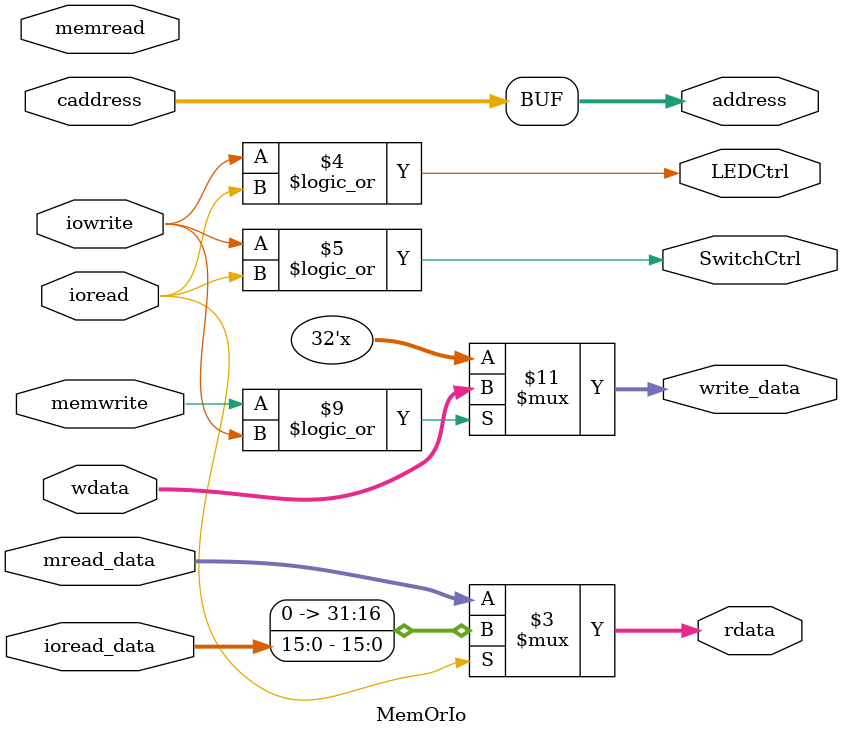
<source format=v>
`timescale 1ns / 1ps


module MemOrIo(caddress,memread, memwrite, ioread, iowrite,
mread_data, ioread_data, wdata, rdata, write_data, address, LEDCtrl, SwitchCtrl);
    input[31:0] caddress; // from alu_result in executs32
    input memread; // read memory, from control32
    input memwrite; // write memory, from control32
    input ioread; // read IO, from control32
    input iowrite; // write IO, from control32
    input[31:0] mread_data; // data from memory
    input[15:0] ioread_data; // data from io,16 bits
    input[31:0] wdata; // the data from idecode32
    output reg[31:0] rdata; // data from memory or IO
    output reg[31:0] write_data; // data to memory or I/O
    output reg [31:0] address; // address to memory
    output reg LEDCtrl; // LED CS
    output reg SwitchCtrl; // Switch CS
 
    always @*
    begin
        address = caddress;
    // It may be read from memory or read from io. The data read from io is the lower 16bit of rdata.
        rdata = (ioread == 1)? {16'b0, ioread_data[15:0]}: mread_data;
        LEDCtrl = (iowrite||ioread);
        SwitchCtrl=(iowrite||ioread);
    end

    always @* begin
        if ((memwrite==1)||(iowrite==1)) //The write operation data to io is written to the lower 16 bits of cwrite_data, and the high 16 bits is 0.
            write_data = wdata;
        else
            write_data = 32'hZZZZZZZZ;
    end
endmodule

</source>
